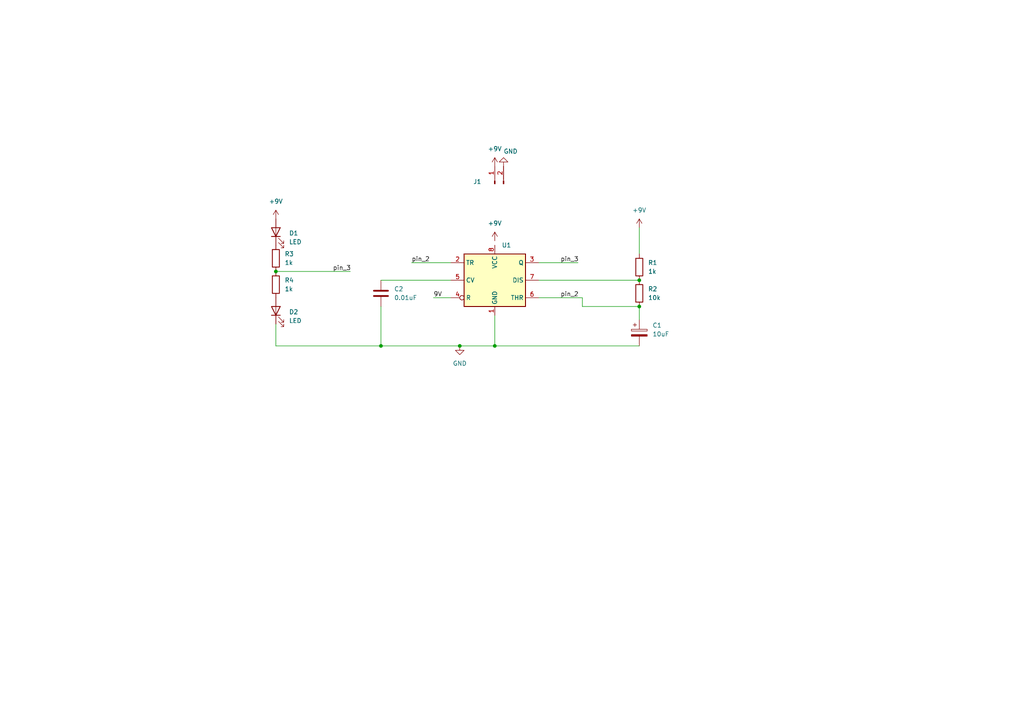
<source format=kicad_sch>
(kicad_sch (version 20211123) (generator eeschema)
  (paper "A4")
  (lib_symbols
    (symbol "Connector:Conn_01x02_Male" (pin_names (offset 1.016) hide)
      (property "Reference" "J" (at 0 2.54 0))
      (property "Value" "Conn_01x02_Male" (at 0 -5.08 0))
      (symbol "Conn_01x02_Male_1_1"
        (polyline (pts (xy 1.27 -2.54) (xy 0.8636 -2.54)) (stroke (width 0.1524)))
        (polyline (pts (xy 1.27 0) (xy 0.8636 0)) (stroke (width 0.1524)))
        (rectangle (start 0.8636 -2.413) (end 0 -2.667) (stroke (width 0.1524)) (fill (type outline)))
        (rectangle (start 0.8636 0.127) (end 0 -0.127) (stroke (width 0.1524)) (fill (type outline)))
        (pin passive line (at 5.08 0 180) (length 3.81) (name "Pin_1") (number "1"))
        (pin passive line (at 5.08 -2.54 180) (length 3.81) (name "Pin_2") (number "2"))
      )
    )
    (symbol "Device:C" (pin_numbers hide) (pin_names (offset 0.254))
      (property "Reference" "C" (at 0.635 2.54 0))
      (property "Value" "C" (at 0.635 -2.54 0))
      (symbol "C_0_1"
        (polyline (pts (xy -2.032 -0.762) (xy 2.032 -0.762)) (stroke (width 0.508)))
        (polyline (pts (xy -2.032 0.762) (xy 2.032 0.762)) (stroke (width 0.508)))
      )
      (symbol "C_1_1"
        (pin passive line (at 0 3.81 270) (length 2.794) (name "~") (number "1"))
        (pin passive line (at 0 -3.81 90) (length 2.794) (name "~") (number "2"))
      )
    )
    (symbol "Device:C_Polarized" (pin_numbers hide) (pin_names (offset 0.254))
      (property "Reference" "C" (at 0.635 2.54 0))
      (property "Value" "C_Polarized" (at 0.635 -2.54 0))
      (symbol "C_Polarized_0_1"
        (rectangle (start -2.286 0.508) (end 2.286 1.016))
        (polyline (pts (xy -1.778 2.286) (xy -0.762 2.286)))
        (polyline (pts (xy -1.27 2.794) (xy -1.27 1.778)))
        (rectangle (start 2.286 -0.508) (end -2.286 -1.016) (fill (type outline)))
      )
      (symbol "C_Polarized_1_1"
        (pin passive line (at 0 3.81 270) (length 2.794) (name "~") (number "1"))
        (pin passive line (at 0 -3.81 90) (length 2.794) (name "~") (number "2"))
      )
    )
    (symbol "Device:LED" (pin_numbers hide) (pin_names (offset 1.016) hide)
      (property "Reference" "D" (at 0 2.54 0))
      (property "Value" "LED" (at 0 -2.54 0))
      (symbol "LED_0_1"
        (polyline (pts (xy -1.27 -1.27) (xy -1.27 1.27)) (stroke (width 0.254)))
        (polyline (pts (xy -1.27 0) (xy 1.27 0)))
        (polyline (pts (xy 1.27 -1.27) (xy 1.27 1.27) (xy -1.27 0) (xy 1.27 -1.27)) (stroke (width 0.254)))
        (polyline (pts (xy -3.048 -0.762) (xy -4.572 -2.286) (xy -3.81 -2.286) (xy -4.572 -2.286) (xy -4.572 -1.524)))
        (polyline (pts (xy -1.778 -0.762) (xy -3.302 -2.286) (xy -2.54 -2.286) (xy -3.302 -2.286) (xy -3.302 -1.524)))
      )
      (symbol "LED_1_1"
        (pin passive line (at -3.81 0 0) (length 2.54) (name "K") (number "1"))
        (pin passive line (at 3.81 0 180) (length 2.54) (name "A") (number "2"))
      )
    )
    (symbol "Device:R" (pin_numbers hide) (pin_names (offset 0))
      (property "Reference" "R" (at 2.032 0 90))
      (property "Value" "R" (at 0 0 90))
      (symbol "R_0_1"
        (rectangle (start -1.016 -2.54) (end 1.016 2.54) (stroke (width 0.254)))
      )
      (symbol "R_1_1"
        (pin passive line (at 0 3.81 270) (length 1.27) (name "~") (number "1"))
        (pin passive line (at 0 -3.81 90) (length 1.27) (name "~") (number "2"))
      )
    )
    (symbol "Timer:NE555D"
      (property "Reference" "U" (at -10.16 8.89 0))
      (property "Value" "NE555D" (at 2.54 8.89 0))
      (symbol "NE555D_0_0"
        (pin power_in line (at 0 -10.16 90) (length 2.54) (name "GND") (number "1"))
        (pin power_in line (at 0 10.16 270) (length 2.54) (name "VCC") (number "8"))
      )
      (symbol "NE555D_0_1"
        (rectangle (start -8.89 -7.62) (end 8.89 7.62) (stroke (width 0.254)) (fill (type background)))
        (rectangle (start -8.89 -7.62) (end 8.89 7.62) (stroke (width 0.254)) (fill (type background)))
      )
      (symbol "NE555D_1_1"
        (pin input line (at -12.7 5.08 0) (length 3.81) (name "TR") (number "2"))
        (pin output line (at 12.7 5.08 180) (length 3.81) (name "Q") (number "3"))
        (pin input inverted (at -12.7 -5.08 0) (length 3.81) (name "R") (number "4"))
        (pin input line (at -12.7 0 0) (length 3.81) (name "CV") (number "5"))
        (pin input line (at 12.7 -5.08 180) (length 3.81) (name "THR") (number "6"))
        (pin input line (at 12.7 0 180) (length 3.81) (name "DIS") (number "7"))
      )
    )
    (symbol "power:+9V" (power) (pin_names (offset 0))
      (property "Value" "+9V" (at 0 3.556 0))
      (symbol "+9V_0_1"
        (polyline (pts (xy -0.762 1.27) (xy 0 2.54)))
        (polyline (pts (xy 0 0) (xy 0 2.54)))
        (polyline (pts (xy 0 2.54) (xy 0.762 1.27)))
      )
      (symbol "+9V_1_1"
        (pin power_in line (at 0 0 90) (length 0) hide (name "+9V") (number "1"))
      )
    )
    (symbol "power:GND" (power) (pin_names (offset 0))
      (property "Value" "GND" (at 0 -3.81 0))
      (symbol "GND_0_1"
        (polyline (pts (xy 0 0) (xy 0 -1.27) (xy 1.27 -1.27) (xy 0 -2.54) (xy -1.27 -1.27) (xy 0 -1.27)))
      )
      (symbol "GND_1_1"
        (pin power_in line (at 0 0 270) (length 0) hide (name "GND") (number "1"))
      )
    )
  )
  (junction (at 143.51 100.33))
  (junction (at 110.49 100.33))
  (junction (at 185.42 88.9))
  (junction (at 185.42 81.28))
  (junction (at 80.01 78.74))
  (junction (at 133.35 100.33))
  (wire (pts (xy 185.42 66.04) (xy 185.42 73.66)))
  (wire (pts (xy 185.42 88.9) (xy 185.42 92.71)))
  (wire (pts (xy 119.38 76.2) (xy 130.81 76.2)))
  (wire (pts (xy 110.49 88.9) (xy 110.49 100.33)))
  (wire (pts (xy 156.21 86.36) (xy 168.91 86.36)))
  (wire (pts (xy 133.35 100.33) (xy 143.51 100.33)))
  (wire (pts (xy 125.73 86.36) (xy 130.81 86.36)))
  (wire (pts (xy 168.91 86.36) (xy 168.91 88.9)))
  (wire (pts (xy 80.01 100.33) (xy 110.49 100.33)))
  (wire (pts (xy 143.51 91.44) (xy 143.51 100.33)))
  (wire (pts (xy 143.51 100.33) (xy 185.42 100.33)))
  (wire (pts (xy 80.01 78.74) (xy 101.6 78.74)))
  (wire (pts (xy 110.49 81.28) (xy 130.81 81.28)))
  (wire (pts (xy 156.21 81.28) (xy 185.42 81.28)))
  (wire (pts (xy 110.49 100.33) (xy 133.35 100.33)))
  (wire (pts (xy 80.01 93.98) (xy 80.01 100.33)))
  (wire (pts (xy 156.21 76.2) (xy 167.64 76.2)))
  (wire (pts (xy 168.91 88.9) (xy 185.42 88.9)))
  (label "pin_2" (at 119.38 76.2 0))
  (label "9V" (at 125.73 86.36 0))
  (label "pin_2" (at 162.56 86.36 0))
  (label "pin_3" (at 162.56 76.2 0))
  (label "pin_3" (at 96.52 78.74 0))
  (symbol (lib_id "power:+9V") (at 143.51 48.26 0) (unit 1)
    (property "Reference" "#PWR0105" (effects hide))
    (property "Value" "+9V" (at 143.51 43.18 0))
  )
  (symbol (lib_id "Device:R") (at 185.42 77.47 0) (unit 1)
    (property "Reference" "R1" (at 187.96 76.1999 0) (effects (justify left)))
    (property "Value" "1k" (at 187.96 78.7399 0) (effects (justify left)))
    (property "Footprint" "Resistor_SMD:R_0805_2012Metric_Pad1.20x1.40mm_HandSolder" (effects hide))
  )
  (symbol (lib_id "power:+9V") (at 143.51 69.85 0) (unit 1)
    (property "Reference" "#PWR0106" (effects hide))
    (property "Value" "+9V" (at 143.51 64.77 0))
  )
  (symbol (lib_id "power:+9V") (at 80.01 63.5 0) (unit 1)
    (property "Reference" "#PWR0103" (effects hide))
    (property "Value" "+9V" (at 80.01 58.42 0))
  )
  (symbol (lib_id "Device:LED") (at 80.01 67.31 90) (unit 1)
    (property "Reference" "D1" (at 83.82 67.6274 90) (effects (justify right)))
    (property "Value" "LED" (at 83.82 70.1674 90) (effects (justify right)))
    (property "Footprint" "LED_SMD:LED_1206_3216Metric_Pad1.42x1.75mm_HandSolder" (effects hide))
  )
  (symbol (lib_id "Device:R") (at 80.01 74.93 0) (unit 1)
    (property "Reference" "R3" (at 82.55 73.6599 0) (effects (justify left)))
    (property "Value" "1k" (at 82.55 76.1999 0) (effects (justify left)))
    (property "Footprint" "Resistor_SMD:R_0805_2012Metric_Pad1.20x1.40mm_HandSolder" (effects hide))
  )
  (symbol (lib_id "power:GND") (at 146.05 48.26 180) (unit 1)
    (property "Reference" "#PWR0104" (effects hide))
    (property "Value" "GND" (at 146.05 43.18 0) (effects (justify right bottom)))
  )
  (symbol (lib_id "power:+9V") (at 185.42 66.04 0) (unit 1)
    (property "Reference" "#PWR0102" (effects hide))
    (property "Value" "+9V" (at 185.42 60.96 0))
  )
  (symbol (lib_id "Device:R") (at 80.01 82.55 0) (unit 1)
    (property "Reference" "R4" (at 82.55 81.2799 0) (effects (justify left)))
    (property "Value" "1k" (at 82.55 83.8199 0) (effects (justify left)))
    (property "Footprint" "Resistor_SMD:R_0805_2012Metric_Pad1.20x1.40mm_HandSolder" (effects hide))
  )
  (symbol (lib_id "Device:LED") (at 80.01 90.17 90) (unit 1)
    (property "Reference" "D2" (at 83.82 90.4874 90) (effects (justify right)))
    (property "Value" "LED" (at 83.82 93.0274 90) (effects (justify right)))
    (property "Footprint" "LED_SMD:LED_1206_3216Metric_Pad1.42x1.75mm_HandSolder" (effects hide))
  )
  (symbol (lib_id "Device:C_Polarized") (at 185.42 96.52 0) (unit 1)
    (property "Reference" "C1" (at 189.23 94.3609 0) (effects (justify left)))
    (property "Value" "10uF" (at 189.23 96.9009 0) (effects (justify left)))
    (property "Footprint" "Capacitor_Tantalum_SMD:CP_EIA-3216-18_Kemet-A_Pad1.58x1.35mm_HandSolder" (effects hide))
  )
  (symbol (lib_id "Device:R") (at 185.42 85.09 0) (unit 1)
    (property "Reference" "R2" (at 187.96 83.8199 0) (effects (justify left)))
    (property "Value" "10k" (at 187.96 86.3599 0) (effects (justify left)))
    (property "Footprint" "Resistor_SMD:R_0805_2012Metric_Pad1.20x1.40mm_HandSolder" (effects hide))
  )
  (symbol (lib_id "Connector:Conn_01x02_Male") (at 143.51 53.34 90) (unit 1)
    (property "Reference" "J1" (at 138.43 52.705 90))
    (property "Value" "Conn_01x02_Male" (effects hide))
    (property "Footprint" "TerminalBlock:TerminalBlock_bornier-2_P5.08mm" (effects hide))
  )
  (symbol (lib_id "Device:C") (at 110.49 85.09 0) (unit 1)
    (property "Reference" "C2" (at 114.3 83.8199 0) (effects (justify left)))
    (property "Value" "0.01uF" (at 114.3 86.3599 0) (effects (justify left)))
    (property "Footprint" "Capacitor_SMD:C_0805_2012Metric_Pad1.18x1.45mm_HandSolder" (effects hide))
  )
  (symbol (lib_id "Timer:NE555D") (at 143.51 81.28 0) (unit 1)
    (property "Reference" "U1" (at 145.5294 71.12 0) (effects (justify left)))
    (property "Value" "NE555D" (effects hide))
    (property "Footprint" "Package_SO:SOIC-8-1EP_3.9x4.9mm_P1.27mm_EP2.29x3mm" (effects hide))
    (property "Datasheet" "http://www.ti.com/lit/ds/symlink/ne555.pdf" (effects hide))
  )
  (symbol (lib_id "power:GND") (at 133.35 100.33 0) (unit 1)
    (property "Reference" "#PWR0101" (effects hide))
    (property "Value" "GND" (at 133.35 105.41 0))
  )
)
</source>
